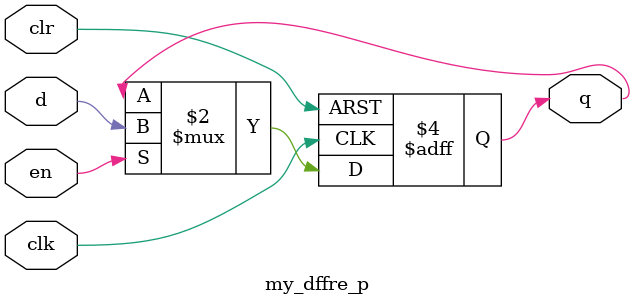
<source format=v>
module my_dffre_p (
    input d,
    clk,
    clr,
    en,
    output reg q
);
  always @(posedge clk or posedge clr)
    if (clr) q <= 1'b0;
    else if (en) q <= d;
endmodule
</source>
